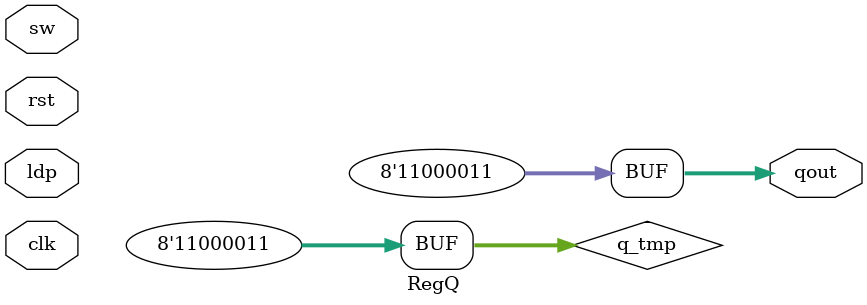
<source format=sv>
`timescale 1ns / 1ps


module RegQ(
    input logic clk,
    input logic rst,
    input logic ldp,
    input logic [7 : 0] sw,
    output logic [7 : 0] qout
);

logic [7 : 0] q_tmp = 8'b11000011;
assign qout = q_tmp;

always_ff @ (posedge(clk)) begin : sincrono
    if (rst) qout <= '0;
    else if (ldp) qout <= sw;
end;


endmodule

</source>
